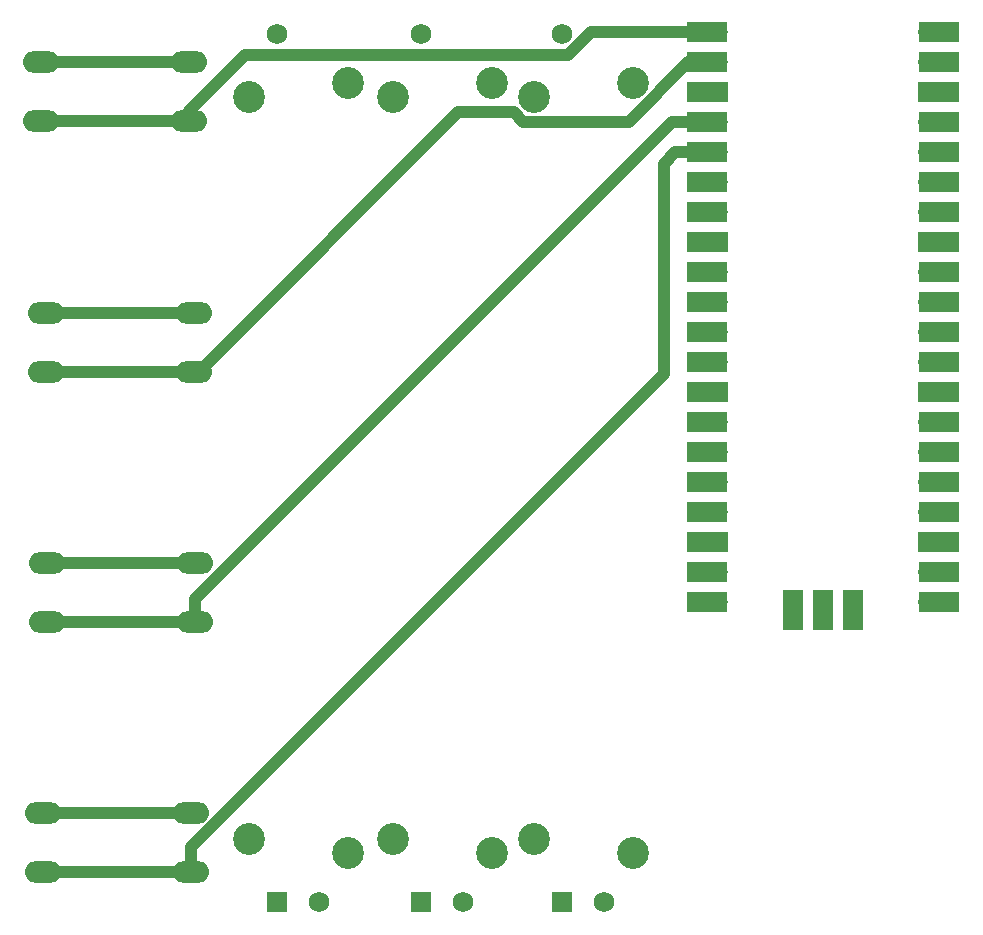
<source format=gtl>
%TF.GenerationSoftware,KiCad,Pcbnew,(6.0.0)*%
%TF.CreationDate,2023-01-12T10:54:33-06:00*%
%TF.ProjectId,deej,6465656a-2e6b-4696-9361-645f70636258,rev?*%
%TF.SameCoordinates,Original*%
%TF.FileFunction,Copper,L1,Top*%
%TF.FilePolarity,Positive*%
%FSLAX46Y46*%
G04 Gerber Fmt 4.6, Leading zero omitted, Abs format (unit mm)*
G04 Created by KiCad (PCBNEW (6.0.0)) date 2023-01-12 10:54:33*
%MOMM*%
%LPD*%
G01*
G04 APERTURE LIST*
%TA.AperFunction,ComponentPad*%
%ADD10O,3.048000X1.850000*%
%TD*%
%TA.AperFunction,ComponentPad*%
%ADD11R,1.750000X1.750000*%
%TD*%
%TA.AperFunction,ComponentPad*%
%ADD12C,1.750000*%
%TD*%
%TA.AperFunction,ComponentPad*%
%ADD13C,2.700000*%
%TD*%
%TA.AperFunction,ComponentPad*%
%ADD14O,1.700000X1.700000*%
%TD*%
%TA.AperFunction,SMDPad,CuDef*%
%ADD15R,3.500000X1.700000*%
%TD*%
%TA.AperFunction,ComponentPad*%
%ADD16R,1.700000X1.700000*%
%TD*%
%TA.AperFunction,SMDPad,CuDef*%
%ADD17R,1.700000X3.500000*%
%TD*%
%TA.AperFunction,Conductor*%
%ADD18C,1.000000*%
%TD*%
G04 APERTURE END LIST*
D10*
%TO.P,SW2,1,1*%
%TO.N,Net-(RV1-Pad1)*%
X101637000Y-63090000D03*
X89137000Y-63090000D03*
%TO.P,SW2,2,2*%
%TO.N,Net-(SW2-Pad2)*%
X89137000Y-68090000D03*
X101637000Y-68090000D03*
%TD*%
%TO.P,SW4,1,1*%
%TO.N,Net-(RV1-Pad1)*%
X101383000Y-105450000D03*
X88883000Y-105450000D03*
%TO.P,SW4,2,2*%
%TO.N,Net-(SW4-Pad2)*%
X101383000Y-110450000D03*
X88883000Y-110450000D03*
%TD*%
D11*
%TO.P,RV1,1,1*%
%TO.N,Net-(RV1-Pad1)*%
X132870000Y-113030000D03*
D12*
%TO.P,RV1,2,2*%
%TO.N,Net-(RV1-Pad2)*%
X136370000Y-113030000D03*
%TO.P,RV1,3,3*%
%TO.N,Net-(RV1-Pad3)*%
X132870000Y-39530000D03*
D13*
%TO.P,RV1,MP*%
%TO.N,N/C*%
X138820000Y-43680000D03*
X130420000Y-44880000D03*
X130420000Y-107680000D03*
X138820000Y-108880000D03*
%TD*%
D10*
%TO.P,SW1,1,1*%
%TO.N,Net-(RV1-Pad1)*%
X88756000Y-41910000D03*
X101256000Y-41910000D03*
%TO.P,SW1,2,2*%
%TO.N,Net-(SW1-Pad2)*%
X88756000Y-46910000D03*
X101256000Y-46910000D03*
%TD*%
D14*
%TO.P,U1,1,GPIO0*%
%TO.N,Net-(SW1-Pad2)*%
X146050000Y-39370000D03*
D15*
X145150000Y-39370000D03*
%TO.P,U1,2,GPIO1*%
%TO.N,Net-(SW2-Pad2)*%
X145150000Y-41910000D03*
D14*
X146050000Y-41910000D03*
D16*
%TO.P,U1,3,GND*%
%TO.N,Net-(RV1-Pad3)*%
X146050000Y-44450000D03*
D15*
X145150000Y-44450000D03*
%TO.P,U1,4,GPIO2*%
%TO.N,Net-(SW3-Pad2)*%
X145150000Y-46990000D03*
D14*
X146050000Y-46990000D03*
D15*
%TO.P,U1,5,GPIO3*%
%TO.N,Net-(SW4-Pad2)*%
X145150000Y-49530000D03*
D14*
X146050000Y-49530000D03*
%TO.P,U1,6,GPIO4*%
%TO.N,unconnected-(U1-Pad6)*%
X146050000Y-52070000D03*
D15*
X145150000Y-52070000D03*
D14*
%TO.P,U1,7,GPIO5*%
%TO.N,unconnected-(U1-Pad7)*%
X146050000Y-54610000D03*
D15*
X145150000Y-54610000D03*
D16*
%TO.P,U1,8,GND*%
%TO.N,unconnected-(U1-Pad8)*%
X146050000Y-57150000D03*
D15*
X145150000Y-57150000D03*
%TO.P,U1,9,GPIO6*%
%TO.N,unconnected-(U1-Pad9)*%
X145150000Y-59690000D03*
D14*
X146050000Y-59690000D03*
%TO.P,U1,10,GPIO7*%
%TO.N,unconnected-(U1-Pad10)*%
X146050000Y-62230000D03*
D15*
X145150000Y-62230000D03*
%TO.P,U1,11,GPIO8*%
%TO.N,unconnected-(U1-Pad11)*%
X145150000Y-64770000D03*
D14*
X146050000Y-64770000D03*
%TO.P,U1,12,GPIO9*%
%TO.N,unconnected-(U1-Pad12)*%
X146050000Y-67310000D03*
D15*
X145150000Y-67310000D03*
%TO.P,U1,13,GND*%
%TO.N,unconnected-(U1-Pad13)*%
X145150000Y-69850000D03*
D16*
X146050000Y-69850000D03*
D14*
%TO.P,U1,14,GPIO10*%
%TO.N,unconnected-(U1-Pad14)*%
X146050000Y-72390000D03*
D15*
X145150000Y-72390000D03*
%TO.P,U1,15,GPIO11*%
%TO.N,unconnected-(U1-Pad15)*%
X145150000Y-74930000D03*
D14*
X146050000Y-74930000D03*
%TO.P,U1,16,GPIO12*%
%TO.N,unconnected-(U1-Pad16)*%
X146050000Y-77470000D03*
D15*
X145150000Y-77470000D03*
D14*
%TO.P,U1,17,GPIO13*%
%TO.N,unconnected-(U1-Pad17)*%
X146050000Y-80010000D03*
D15*
X145150000Y-80010000D03*
%TO.P,U1,18,GND*%
%TO.N,unconnected-(U1-Pad18)*%
X145150000Y-82550000D03*
D16*
X146050000Y-82550000D03*
D15*
%TO.P,U1,19,GPIO14*%
%TO.N,unconnected-(U1-Pad19)*%
X145150000Y-85090000D03*
D14*
X146050000Y-85090000D03*
%TO.P,U1,20,GPIO15*%
%TO.N,unconnected-(U1-Pad20)*%
X146050000Y-87630000D03*
D15*
X145150000Y-87630000D03*
D14*
%TO.P,U1,21,GPIO16*%
%TO.N,unconnected-(U1-Pad21)*%
X163830000Y-87630000D03*
D15*
X164730000Y-87630000D03*
%TO.P,U1,22,GPIO17*%
%TO.N,unconnected-(U1-Pad22)*%
X164730000Y-85090000D03*
D14*
X163830000Y-85090000D03*
D15*
%TO.P,U1,23,GND*%
%TO.N,unconnected-(U1-Pad23)*%
X164730000Y-82550000D03*
D16*
X163830000Y-82550000D03*
D14*
%TO.P,U1,24,GPIO18*%
%TO.N,unconnected-(U1-Pad24)*%
X163830000Y-80010000D03*
D15*
X164730000Y-80010000D03*
%TO.P,U1,25,GPIO19*%
%TO.N,unconnected-(U1-Pad25)*%
X164730000Y-77470000D03*
D14*
X163830000Y-77470000D03*
%TO.P,U1,26,GPIO20*%
%TO.N,unconnected-(U1-Pad26)*%
X163830000Y-74930000D03*
D15*
X164730000Y-74930000D03*
%TO.P,U1,27,GPIO21*%
%TO.N,unconnected-(U1-Pad27)*%
X164730000Y-72390000D03*
D14*
X163830000Y-72390000D03*
D15*
%TO.P,U1,28,GND*%
%TO.N,unconnected-(U1-Pad28)*%
X164730000Y-69850000D03*
D16*
X163830000Y-69850000D03*
D15*
%TO.P,U1,29,GPIO22*%
%TO.N,unconnected-(U1-Pad29)*%
X164730000Y-67310000D03*
D14*
X163830000Y-67310000D03*
D15*
%TO.P,U1,30,RUN*%
%TO.N,unconnected-(U1-Pad30)*%
X164730000Y-64770000D03*
D14*
X163830000Y-64770000D03*
D15*
%TO.P,U1,31,GPIO26_ADC0*%
%TO.N,Net-(RV1-Pad2)*%
X164730000Y-62230000D03*
D14*
X163830000Y-62230000D03*
D15*
%TO.P,U1,32,GPIO27_ADC1*%
%TO.N,Net-(U1-Pad32)*%
X164730000Y-59690000D03*
D14*
X163830000Y-59690000D03*
D16*
%TO.P,U1,33,AGND*%
%TO.N,unconnected-(U1-Pad33)*%
X163830000Y-57150000D03*
D15*
X164730000Y-57150000D03*
%TO.P,U1,34,GPIO28_ADC2*%
%TO.N,Net-(U1-Pad34)*%
X164730000Y-54610000D03*
D14*
X163830000Y-54610000D03*
D15*
%TO.P,U1,35,ADC_VREF*%
%TO.N,unconnected-(U1-Pad35)*%
X164730000Y-52070000D03*
D14*
X163830000Y-52070000D03*
D15*
%TO.P,U1,36,3V3*%
%TO.N,Net-(RV1-Pad1)*%
X164730000Y-49530000D03*
D14*
X163830000Y-49530000D03*
D15*
%TO.P,U1,37,3V3_EN*%
%TO.N,unconnected-(U1-Pad37)*%
X164730000Y-46990000D03*
D14*
X163830000Y-46990000D03*
D16*
%TO.P,U1,38,GND*%
%TO.N,unconnected-(U1-Pad38)*%
X163830000Y-44450000D03*
D15*
X164730000Y-44450000D03*
%TO.P,U1,39,VSYS*%
%TO.N,unconnected-(U1-Pad39)*%
X164730000Y-41910000D03*
D14*
X163830000Y-41910000D03*
D15*
%TO.P,U1,40,VBUS*%
%TO.N,unconnected-(U1-Pad40)*%
X164730000Y-39370000D03*
D14*
X163830000Y-39370000D03*
%TO.P,U1,41,SWCLK*%
%TO.N,unconnected-(U1-Pad41)*%
X152400000Y-87400000D03*
D17*
X152400000Y-88300000D03*
D16*
%TO.P,U1,42,GND*%
%TO.N,unconnected-(U1-Pad42)*%
X154940000Y-87400000D03*
D17*
X154940000Y-88300000D03*
D14*
%TO.P,U1,43,SWDIO*%
%TO.N,unconnected-(U1-Pad43)*%
X157480000Y-87400000D03*
D17*
X157480000Y-88300000D03*
%TD*%
D10*
%TO.P,SW3,1,1*%
%TO.N,Net-(RV1-Pad1)*%
X101764000Y-84270000D03*
X89264000Y-84270000D03*
%TO.P,SW3,2,2*%
%TO.N,Net-(SW3-Pad2)*%
X101764000Y-89270000D03*
X89264000Y-89270000D03*
%TD*%
D11*
%TO.P,RV3,1,1*%
%TO.N,Net-(RV1-Pad1)*%
X120932000Y-113030000D03*
D12*
%TO.P,RV3,2,2*%
%TO.N,Net-(U1-Pad32)*%
X124432000Y-113030000D03*
%TO.P,RV3,3,3*%
%TO.N,Net-(RV1-Pad3)*%
X120932000Y-39530000D03*
D13*
%TO.P,RV3,MP*%
%TO.N,N/C*%
X126882000Y-43680000D03*
X126882000Y-108880000D03*
X118482000Y-44880000D03*
X118482000Y-107680000D03*
%TD*%
D11*
%TO.P,RV2,1,1*%
%TO.N,Net-(RV1-Pad1)*%
X108740000Y-113030000D03*
D12*
%TO.P,RV2,2,2*%
%TO.N,Net-(U1-Pad34)*%
X112240000Y-113030000D03*
%TO.P,RV2,3,3*%
%TO.N,Net-(RV1-Pad3)*%
X108740000Y-39530000D03*
D13*
%TO.P,RV2,MP*%
%TO.N,N/C*%
X114690000Y-43680000D03*
X106290000Y-107680000D03*
X114690000Y-108880000D03*
X106290000Y-44880000D03*
%TD*%
D18*
%TO.N,Net-(RV1-Pad1)*%
X101764000Y-84270000D02*
X89264000Y-84270000D01*
X101383000Y-105450000D02*
X88883000Y-105450000D01*
X101637000Y-63090000D02*
X89137000Y-63090000D01*
X101256000Y-41910000D02*
X88756000Y-41910000D01*
%TO.N,Net-(SW1-Pad2)*%
X146050000Y-39370000D02*
X135256696Y-39370000D01*
X135256696Y-39370000D02*
X133306207Y-41320489D01*
X101256000Y-46910000D02*
X88756000Y-46910000D01*
X101256000Y-46064000D02*
X101256000Y-46910000D01*
X105999511Y-41320489D02*
X101256000Y-46064000D01*
X133306207Y-41320489D02*
X105999511Y-41320489D01*
%TO.N,Net-(SW2-Pad2)*%
X101637000Y-68090000D02*
X89137000Y-68090000D01*
X143488447Y-41910000D02*
X146050000Y-41910000D01*
X129571064Y-46929511D02*
X138468936Y-46929511D01*
X138468936Y-46929511D02*
X143488447Y-41910000D01*
X124068489Y-46111511D02*
X128753064Y-46111511D01*
X101637000Y-68090000D02*
X102090000Y-68090000D01*
X128753064Y-46111511D02*
X129571064Y-46929511D01*
X102090000Y-68090000D02*
X124068489Y-46111511D01*
%TO.N,Net-(SW3-Pad2)*%
X101764000Y-87345000D02*
X142119000Y-46990000D01*
X142119000Y-46990000D02*
X146050000Y-46990000D01*
X101764000Y-89270000D02*
X89264000Y-89270000D01*
X101764000Y-89270000D02*
X101764000Y-87345000D01*
%TO.N,Net-(SW4-Pad2)*%
X101383000Y-110450000D02*
X88883000Y-110450000D01*
X101383000Y-108346418D02*
X141430489Y-68298929D01*
X101383000Y-110450000D02*
X101383000Y-108346418D01*
X141430489Y-68298929D02*
X141430489Y-50520489D01*
X141430489Y-50520489D02*
X142420978Y-49530000D01*
X142420978Y-49530000D02*
X146050000Y-49530000D01*
%TD*%
M02*

</source>
